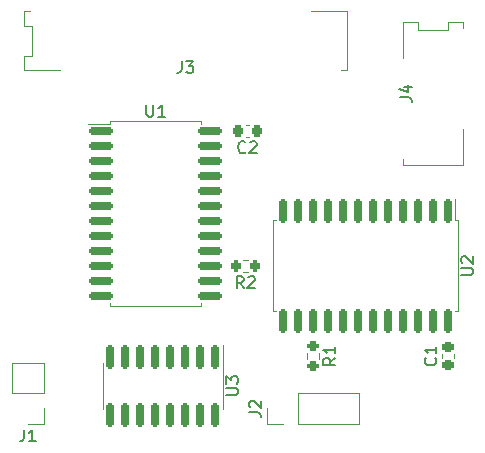
<source format=gbr>
%TF.GenerationSoftware,KiCad,Pcbnew,(6.0.11-0)*%
%TF.CreationDate,2023-04-24T09:02:29-04:00*%
%TF.ProjectId,ClickerController,436c6963-6b65-4724-936f-6e74726f6c6c,rev?*%
%TF.SameCoordinates,Original*%
%TF.FileFunction,Legend,Top*%
%TF.FilePolarity,Positive*%
%FSLAX46Y46*%
G04 Gerber Fmt 4.6, Leading zero omitted, Abs format (unit mm)*
G04 Created by KiCad (PCBNEW (6.0.11-0)) date 2023-04-24 09:02:29*
%MOMM*%
%LPD*%
G01*
G04 APERTURE LIST*
G04 Aperture macros list*
%AMRoundRect*
0 Rectangle with rounded corners*
0 $1 Rounding radius*
0 $2 $3 $4 $5 $6 $7 $8 $9 X,Y pos of 4 corners*
0 Add a 4 corners polygon primitive as box body*
4,1,4,$2,$3,$4,$5,$6,$7,$8,$9,$2,$3,0*
0 Add four circle primitives for the rounded corners*
1,1,$1+$1,$2,$3*
1,1,$1+$1,$4,$5*
1,1,$1+$1,$6,$7*
1,1,$1+$1,$8,$9*
0 Add four rect primitives between the rounded corners*
20,1,$1+$1,$2,$3,$4,$5,0*
20,1,$1+$1,$4,$5,$6,$7,0*
20,1,$1+$1,$6,$7,$8,$9,0*
20,1,$1+$1,$8,$9,$2,$3,0*%
G04 Aperture macros list end*
%ADD10C,0.150000*%
%ADD11C,0.120000*%
%ADD12RoundRect,0.225000X0.225000X0.250000X-0.225000X0.250000X-0.225000X-0.250000X0.225000X-0.250000X0*%
%ADD13RoundRect,0.225000X0.250000X-0.225000X0.250000X0.225000X-0.250000X0.225000X-0.250000X-0.225000X0*%
%ADD14R,1.700000X1.700000*%
%ADD15O,1.700000X1.700000*%
%ADD16RoundRect,0.150000X-0.875000X-0.150000X0.875000X-0.150000X0.875000X0.150000X-0.875000X0.150000X0*%
%ADD17R,2.000000X2.000000*%
%ADD18RoundRect,0.200000X0.200000X0.275000X-0.200000X0.275000X-0.200000X-0.275000X0.200000X-0.275000X0*%
%ADD19RoundRect,0.150000X-0.150000X0.825000X-0.150000X-0.825000X0.150000X-0.825000X0.150000X0.825000X0*%
%ADD20RoundRect,0.200000X-0.275000X0.200000X-0.275000X-0.200000X0.275000X-0.200000X0.275000X0.200000X0*%
%ADD21RoundRect,0.150000X-0.150000X0.875000X-0.150000X-0.875000X0.150000X-0.875000X0.150000X0.875000X0*%
G04 APERTURE END LIST*
D10*
%TO.C,C2*%
X153668333Y-70367142D02*
X153620714Y-70414761D01*
X153477857Y-70462380D01*
X153382619Y-70462380D01*
X153239761Y-70414761D01*
X153144523Y-70319523D01*
X153096904Y-70224285D01*
X153049285Y-70033809D01*
X153049285Y-69890952D01*
X153096904Y-69700476D01*
X153144523Y-69605238D01*
X153239761Y-69510000D01*
X153382619Y-69462380D01*
X153477857Y-69462380D01*
X153620714Y-69510000D01*
X153668333Y-69557619D01*
X154049285Y-69557619D02*
X154096904Y-69510000D01*
X154192142Y-69462380D01*
X154430238Y-69462380D01*
X154525476Y-69510000D01*
X154573095Y-69557619D01*
X154620714Y-69652857D01*
X154620714Y-69748095D01*
X154573095Y-69890952D01*
X154001666Y-70462380D01*
X154620714Y-70462380D01*
%TO.C,C1*%
X169742142Y-87796666D02*
X169789761Y-87844285D01*
X169837380Y-87987142D01*
X169837380Y-88082380D01*
X169789761Y-88225238D01*
X169694523Y-88320476D01*
X169599285Y-88368095D01*
X169408809Y-88415714D01*
X169265952Y-88415714D01*
X169075476Y-88368095D01*
X168980238Y-88320476D01*
X168885000Y-88225238D01*
X168837380Y-88082380D01*
X168837380Y-87987142D01*
X168885000Y-87844285D01*
X168932619Y-87796666D01*
X169837380Y-86844285D02*
X169837380Y-87415714D01*
X169837380Y-87130000D02*
X168837380Y-87130000D01*
X168980238Y-87225238D01*
X169075476Y-87320476D01*
X169123095Y-87415714D01*
%TO.C,J2*%
X153967380Y-92408333D02*
X154681666Y-92408333D01*
X154824523Y-92455952D01*
X154919761Y-92551190D01*
X154967380Y-92694047D01*
X154967380Y-92789285D01*
X154062619Y-91979761D02*
X154015000Y-91932142D01*
X153967380Y-91836904D01*
X153967380Y-91598809D01*
X154015000Y-91503571D01*
X154062619Y-91455952D01*
X154157857Y-91408333D01*
X154253095Y-91408333D01*
X154395952Y-91455952D01*
X154967380Y-92027380D01*
X154967380Y-91408333D01*
%TO.C,U1*%
X145288095Y-66367380D02*
X145288095Y-67176904D01*
X145335714Y-67272142D01*
X145383333Y-67319761D01*
X145478571Y-67367380D01*
X145669047Y-67367380D01*
X145764285Y-67319761D01*
X145811904Y-67272142D01*
X145859523Y-67176904D01*
X145859523Y-66367380D01*
X146859523Y-67367380D02*
X146288095Y-67367380D01*
X146573809Y-67367380D02*
X146573809Y-66367380D01*
X146478571Y-66510238D01*
X146383333Y-66605476D01*
X146288095Y-66653095D01*
%TO.C,J3*%
X148256666Y-62662380D02*
X148256666Y-63376666D01*
X148209047Y-63519523D01*
X148113809Y-63614761D01*
X147970952Y-63662380D01*
X147875714Y-63662380D01*
X148637619Y-62662380D02*
X149256666Y-62662380D01*
X148923333Y-63043333D01*
X149066190Y-63043333D01*
X149161428Y-63090952D01*
X149209047Y-63138571D01*
X149256666Y-63233809D01*
X149256666Y-63471904D01*
X149209047Y-63567142D01*
X149161428Y-63614761D01*
X149066190Y-63662380D01*
X148780476Y-63662380D01*
X148685238Y-63614761D01*
X148637619Y-63567142D01*
%TO.C,R2*%
X153503333Y-81892380D02*
X153170000Y-81416190D01*
X152931904Y-81892380D02*
X152931904Y-80892380D01*
X153312857Y-80892380D01*
X153408095Y-80940000D01*
X153455714Y-80987619D01*
X153503333Y-81082857D01*
X153503333Y-81225714D01*
X153455714Y-81320952D01*
X153408095Y-81368571D01*
X153312857Y-81416190D01*
X152931904Y-81416190D01*
X153884285Y-80987619D02*
X153931904Y-80940000D01*
X154027142Y-80892380D01*
X154265238Y-80892380D01*
X154360476Y-80940000D01*
X154408095Y-80987619D01*
X154455714Y-81082857D01*
X154455714Y-81178095D01*
X154408095Y-81320952D01*
X153836666Y-81892380D01*
X154455714Y-81892380D01*
%TO.C,J4*%
X166747380Y-65738333D02*
X167461666Y-65738333D01*
X167604523Y-65785952D01*
X167699761Y-65881190D01*
X167747380Y-66024047D01*
X167747380Y-66119285D01*
X167080714Y-64833571D02*
X167747380Y-64833571D01*
X166699761Y-65071666D02*
X167414047Y-65309761D01*
X167414047Y-64690714D01*
%TO.C,U3*%
X152037380Y-90931904D02*
X152846904Y-90931904D01*
X152942142Y-90884285D01*
X152989761Y-90836666D01*
X153037380Y-90741428D01*
X153037380Y-90550952D01*
X152989761Y-90455714D01*
X152942142Y-90408095D01*
X152846904Y-90360476D01*
X152037380Y-90360476D01*
X152037380Y-89979523D02*
X152037380Y-89360476D01*
X152418333Y-89693809D01*
X152418333Y-89550952D01*
X152465952Y-89455714D01*
X152513571Y-89408095D01*
X152608809Y-89360476D01*
X152846904Y-89360476D01*
X152942142Y-89408095D01*
X152989761Y-89455714D01*
X153037380Y-89550952D01*
X153037380Y-89836666D01*
X152989761Y-89931904D01*
X152942142Y-89979523D01*
%TO.C,R1*%
X161267380Y-87796666D02*
X160791190Y-88130000D01*
X161267380Y-88368095D02*
X160267380Y-88368095D01*
X160267380Y-87987142D01*
X160315000Y-87891904D01*
X160362619Y-87844285D01*
X160457857Y-87796666D01*
X160600714Y-87796666D01*
X160695952Y-87844285D01*
X160743571Y-87891904D01*
X160791190Y-87987142D01*
X160791190Y-88368095D01*
X161267380Y-86844285D02*
X161267380Y-87415714D01*
X161267380Y-87130000D02*
X160267380Y-87130000D01*
X160410238Y-87225238D01*
X160505476Y-87320476D01*
X160553095Y-87415714D01*
%TO.C,J1*%
X134921666Y-93862380D02*
X134921666Y-94576666D01*
X134874047Y-94719523D01*
X134778809Y-94814761D01*
X134635952Y-94862380D01*
X134540714Y-94862380D01*
X135921666Y-94862380D02*
X135350238Y-94862380D01*
X135635952Y-94862380D02*
X135635952Y-93862380D01*
X135540714Y-94005238D01*
X135445476Y-94100476D01*
X135350238Y-94148095D01*
%TO.C,U2*%
X171932380Y-80771904D02*
X172741904Y-80771904D01*
X172837142Y-80724285D01*
X172884761Y-80676666D01*
X172932380Y-80581428D01*
X172932380Y-80390952D01*
X172884761Y-80295714D01*
X172837142Y-80248095D01*
X172741904Y-80200476D01*
X171932380Y-80200476D01*
X172027619Y-79771904D02*
X171980000Y-79724285D01*
X171932380Y-79629047D01*
X171932380Y-79390952D01*
X171980000Y-79295714D01*
X172027619Y-79248095D01*
X172122857Y-79200476D01*
X172218095Y-79200476D01*
X172360952Y-79248095D01*
X172932380Y-79819523D01*
X172932380Y-79200476D01*
D11*
%TO.C,C2*%
X153975580Y-68070000D02*
X153694420Y-68070000D01*
X153975580Y-69090000D02*
X153694420Y-69090000D01*
%TO.C,C1*%
X171325000Y-87770580D02*
X171325000Y-87489420D01*
X170305000Y-87770580D02*
X170305000Y-87489420D01*
%TO.C,J2*%
X155515000Y-93405000D02*
X155515000Y-92075000D01*
X158115000Y-90745000D02*
X163255000Y-90745000D01*
X158115000Y-93405000D02*
X158115000Y-90745000D01*
X158115000Y-93405000D02*
X163255000Y-93405000D01*
X163255000Y-93405000D02*
X163255000Y-90745000D01*
X156845000Y-93405000D02*
X155515000Y-93405000D01*
%TO.C,U1*%
X146050000Y-67755000D02*
X149910000Y-67755000D01*
X142190000Y-68020000D02*
X140375000Y-68020000D01*
X149910000Y-67755000D02*
X149910000Y-68020000D01*
X142190000Y-67755000D02*
X142190000Y-68020000D01*
X142190000Y-83375000D02*
X142190000Y-83110000D01*
X146050000Y-83375000D02*
X149910000Y-83375000D01*
X146050000Y-67755000D02*
X142190000Y-67755000D01*
X146050000Y-83375000D02*
X142190000Y-83375000D01*
X149910000Y-83375000D02*
X149910000Y-83110000D01*
%TO.C,J3*%
X137970000Y-63460000D02*
X134930000Y-63460000D01*
X162250000Y-58460000D02*
X159210000Y-58460000D01*
X162250000Y-63460000D02*
X162250000Y-58460000D01*
X135630000Y-62210000D02*
X135630000Y-59710000D01*
X134930000Y-59710000D02*
X134930000Y-58460000D01*
X135630000Y-59710000D02*
X134930000Y-59710000D01*
X161750000Y-63460000D02*
X162250000Y-63460000D01*
X134930000Y-62210000D02*
X135630000Y-62210000D01*
X134930000Y-63460000D02*
X134930000Y-62210000D01*
X134930000Y-58460000D02*
X135430000Y-58460000D01*
%TO.C,R2*%
X153907258Y-80532500D02*
X153432742Y-80532500D01*
X153907258Y-79487500D02*
X153432742Y-79487500D01*
%TO.C,J4*%
X170795000Y-59365000D02*
X172045000Y-59365000D01*
X167045000Y-70945000D02*
X167045000Y-71445000D01*
X167045000Y-59365000D02*
X168295000Y-59365000D01*
X167045000Y-62405000D02*
X167045000Y-59365000D01*
X172045000Y-59365000D02*
X172045000Y-59865000D01*
X167045000Y-71445000D02*
X172045000Y-71445000D01*
X168295000Y-60065000D02*
X170795000Y-60065000D01*
X170795000Y-60065000D02*
X170795000Y-59365000D01*
X168295000Y-59365000D02*
X168295000Y-60065000D01*
X172045000Y-71445000D02*
X172045000Y-68405000D01*
%TO.C,U3*%
X151745000Y-90170000D02*
X151745000Y-86720000D01*
X141625000Y-90170000D02*
X141625000Y-88220000D01*
X151745000Y-90170000D02*
X151745000Y-92120000D01*
X141625000Y-90170000D02*
X141625000Y-92120000D01*
%TO.C,R1*%
X159907500Y-87392742D02*
X159907500Y-87867258D01*
X158862500Y-87392742D02*
X158862500Y-87867258D01*
%TO.C,J1*%
X133925000Y-90810000D02*
X133925000Y-88210000D01*
X136585000Y-92080000D02*
X136585000Y-93410000D01*
X136585000Y-90810000D02*
X133925000Y-90810000D01*
X136585000Y-93410000D02*
X135255000Y-93410000D01*
X136585000Y-90810000D02*
X136585000Y-88210000D01*
X136585000Y-88210000D02*
X133925000Y-88210000D01*
%TO.C,U2*%
X171640000Y-76150000D02*
X171375000Y-76150000D01*
X156020000Y-76150000D02*
X156285000Y-76150000D01*
X171375000Y-76150000D02*
X171375000Y-74335000D01*
X156020000Y-80010000D02*
X156020000Y-83870000D01*
X156020000Y-83870000D02*
X156285000Y-83870000D01*
X171640000Y-83870000D02*
X171375000Y-83870000D01*
X156020000Y-80010000D02*
X156020000Y-76150000D01*
X171640000Y-80010000D02*
X171640000Y-83870000D01*
X171640000Y-80010000D02*
X171640000Y-76150000D01*
%TD*%
%LPC*%
D12*
%TO.C,C2*%
X154610000Y-68580000D03*
X153060000Y-68580000D03*
%TD*%
D13*
%TO.C,C1*%
X170815000Y-88405000D03*
X170815000Y-86855000D03*
%TD*%
D14*
%TO.C,J2*%
X156845000Y-92075000D03*
D15*
X159385000Y-92075000D03*
X161925000Y-92075000D03*
%TD*%
D16*
%TO.C,U1*%
X141400000Y-68580000D03*
X141400000Y-69850000D03*
X141400000Y-71120000D03*
X141400000Y-72390000D03*
X141400000Y-73660000D03*
X141400000Y-74930000D03*
X141400000Y-76200000D03*
X141400000Y-77470000D03*
X141400000Y-78740000D03*
X141400000Y-80010000D03*
X141400000Y-81280000D03*
X141400000Y-82550000D03*
X150700000Y-82550000D03*
X150700000Y-81280000D03*
X150700000Y-80010000D03*
X150700000Y-78740000D03*
X150700000Y-77470000D03*
X150700000Y-76200000D03*
X150700000Y-74930000D03*
X150700000Y-73660000D03*
X150700000Y-72390000D03*
X150700000Y-71120000D03*
X150700000Y-69850000D03*
X150700000Y-68580000D03*
%TD*%
D17*
%TO.C,J3*%
X160020000Y-60960000D03*
X157480000Y-60960000D03*
X154940000Y-60960000D03*
X152400000Y-60960000D03*
X149860000Y-60960000D03*
X147320000Y-60960000D03*
X144780000Y-60960000D03*
X142240000Y-60960000D03*
X139700000Y-60960000D03*
X137160000Y-60960000D03*
%TD*%
D18*
%TO.C,R2*%
X154495000Y-80010000D03*
X152845000Y-80010000D03*
%TD*%
D17*
%TO.C,J4*%
X169545000Y-69215000D03*
X169545000Y-66675000D03*
X169545000Y-64135000D03*
X169545000Y-61595000D03*
%TD*%
D19*
%TO.C,U3*%
X151130000Y-87695000D03*
X149860000Y-87695000D03*
X148590000Y-87695000D03*
X147320000Y-87695000D03*
X146050000Y-87695000D03*
X144780000Y-87695000D03*
X143510000Y-87695000D03*
X142240000Y-87695000D03*
X142240000Y-92645000D03*
X143510000Y-92645000D03*
X144780000Y-92645000D03*
X146050000Y-92645000D03*
X147320000Y-92645000D03*
X148590000Y-92645000D03*
X149860000Y-92645000D03*
X151130000Y-92645000D03*
%TD*%
D20*
%TO.C,R1*%
X159385000Y-86805000D03*
X159385000Y-88455000D03*
%TD*%
D14*
%TO.C,J1*%
X135255000Y-92080000D03*
D15*
X135255000Y-89540000D03*
%TD*%
D21*
%TO.C,U2*%
X170815000Y-75360000D03*
X169545000Y-75360000D03*
X168275000Y-75360000D03*
X167005000Y-75360000D03*
X165735000Y-75360000D03*
X164465000Y-75360000D03*
X163195000Y-75360000D03*
X161925000Y-75360000D03*
X160655000Y-75360000D03*
X159385000Y-75360000D03*
X158115000Y-75360000D03*
X156845000Y-75360000D03*
X156845000Y-84660000D03*
X158115000Y-84660000D03*
X159385000Y-84660000D03*
X160655000Y-84660000D03*
X161925000Y-84660000D03*
X163195000Y-84660000D03*
X164465000Y-84660000D03*
X165735000Y-84660000D03*
X167005000Y-84660000D03*
X168275000Y-84660000D03*
X169545000Y-84660000D03*
X170815000Y-84660000D03*
%TD*%
M02*

</source>
